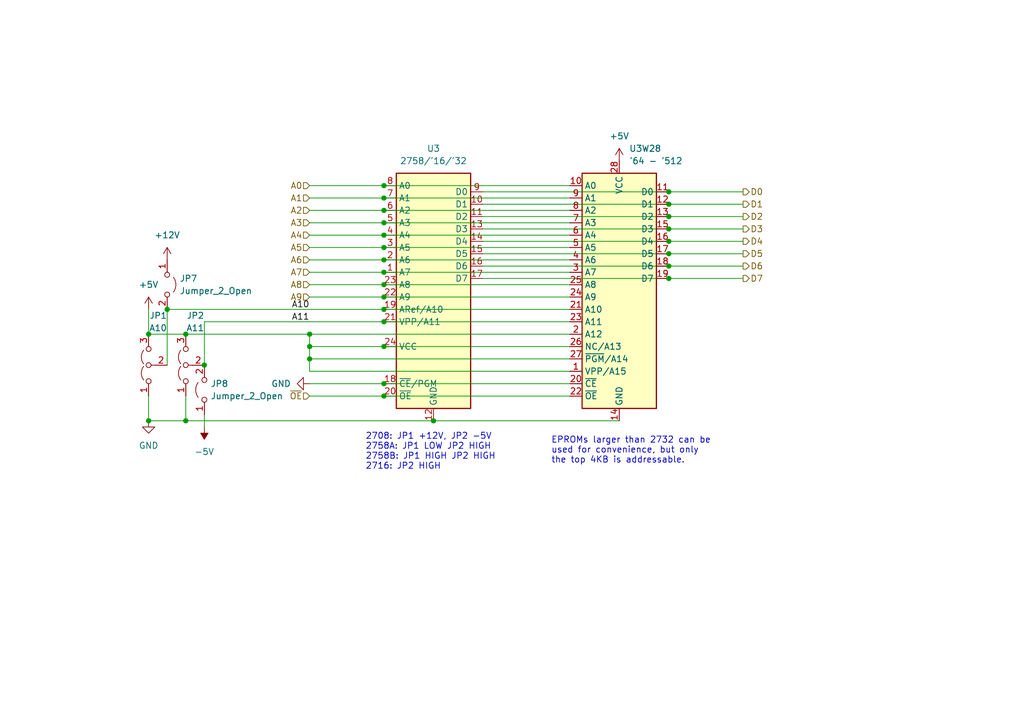
<source format=kicad_sch>
(kicad_sch (version 20211123) (generator eeschema)
  (paper "A5")
  (lib_symbols
    (symbol "Jumper:Jumper_2_Open" (pin_names (offset 0) hide)
      (property "Reference" "JP" (at 0 2.794 0))
      (property "Value" "Jumper_2_Open" (at 0 -2.286 0))
      (symbol "Jumper_2_Open_0_0"
        (circle (center -2.032 0) (radius 0.508))
        (circle (center 2.032 0) (radius 0.508))
      )
      (symbol "Jumper_2_Open_0_1"
        (arc (start 1.524 1.27) (mid 0 1.778) (end -1.524 1.27))
      )
      (symbol "Jumper_2_Open_1_1"
        (pin passive line (at -5.08 0 0) (length 2.54) (name "A") (number "1"))
        (pin passive line (at 5.08 0 180) (length 2.54) (name "B") (number "2"))
      )
    )
    (symbol "Jumper:Jumper_3_Open" (pin_names (offset 0) hide)
      (property "Reference" "JP" (at -2.54 -2.54 0))
      (property "Value" "Jumper_3_Open" (at 0 2.794 0))
      (symbol "Jumper_3_Open_0_0"
        (circle (center -3.302 0) (radius 0.508))
        (circle (center 0 0) (radius 0.508))
        (circle (center 3.302 0) (radius 0.508))
      )
      (symbol "Jumper_3_Open_0_1"
        (arc (start -0.254 1.016) (mid -1.651 1.4992) (end -3.048 1.016))
        (polyline (pts (xy 0 -0.508) (xy 0 -1.27)))
        (arc (start 3.048 1.016) (mid 1.651 1.4992) (end 0.254 1.016))
      )
      (symbol "Jumper_3_Open_1_1"
        (pin passive line (at -6.35 0 0) (length 2.54) (name "A") (number "1"))
        (pin passive line (at 0 -3.81 90) (length 2.54) (name "C") (number "2"))
        (pin passive line (at 6.35 0 180) (length 2.54) (name "B") (number "3"))
      )
    )
    (symbol "Memory_EPROM:2764"
      (property "Reference" "U3W28" (at 2.0194 27.94 0))
      (property "Value" "'64 - '512" (at 2.0194 25.4 0))
      (symbol "2764_1_1"
        (rectangle (start -7.62 22.86) (end 7.62 -25.4) (stroke (width 0.254)) (fill (type background)))
        (pin input line (at -10.16 -17.78 0) (length 2.54) (name "VPP/A15") (number "1"))
        (pin input line (at -10.16 20.32 0) (length 2.54) (name "A0") (number "10"))
        (pin tri_state line (at 10.16 19.05 180) (length 2.54) (name "D0") (number "11"))
        (pin tri_state line (at 10.16 16.51 180) (length 2.54) (name "D1") (number "12"))
        (pin tri_state line (at 10.16 13.97 180) (length 2.54) (name "D2") (number "13"))
        (pin power_in line (at 0 -27.94 90) (length 2.54) (name "GND") (number "14"))
        (pin tri_state line (at 10.16 11.43 180) (length 2.54) (name "D3") (number "15"))
        (pin tri_state line (at 10.16 8.89 180) (length 2.54) (name "D4") (number "16"))
        (pin tri_state line (at 10.16 6.35 180) (length 2.54) (name "D5") (number "17"))
        (pin tri_state line (at 10.16 3.81 180) (length 2.54) (name "D6") (number "18"))
        (pin tri_state line (at 10.16 1.27 180) (length 2.54) (name "D7") (number "19"))
        (pin input line (at -10.16 -10.16 0) (length 2.54) (name "A12") (number "2"))
        (pin input line (at -10.16 -20.32 0) (length 2.54) (name "~{CE}") (number "20"))
        (pin input line (at -10.16 -5.08 0) (length 2.54) (name "A10") (number "21"))
        (pin input line (at -10.16 -22.86 0) (length 2.54) (name "~{OE}") (number "22"))
        (pin input line (at -10.16 -7.62 0) (length 2.54) (name "A11") (number "23"))
        (pin input line (at -10.16 -2.54 0) (length 2.54) (name "A9") (number "24"))
        (pin input line (at -10.16 0 0) (length 2.54) (name "A8") (number "25"))
        (pin passive line (at -10.16 -12.7 0) (length 2.54) (name "NC/A13") (number "26"))
        (pin input line (at -10.16 -15.24 0) (length 2.54) (name "~{PGM}/A14") (number "27"))
        (pin power_in line (at 0 25.4 270) (length 2.54) (name "VCC") (number "28"))
        (pin input line (at -10.16 2.54 0) (length 2.54) (name "A7") (number "3"))
        (pin input line (at -10.16 5.08 0) (length 2.54) (name "A6") (number "4"))
        (pin input line (at -10.16 7.62 0) (length 2.54) (name "A5") (number "5"))
        (pin input line (at -10.16 10.16 0) (length 2.54) (name "A4") (number "6"))
        (pin input line (at -10.16 12.7 0) (length 2.54) (name "A3") (number "7"))
        (pin input line (at -10.16 15.24 0) (length 2.54) (name "A2") (number "8"))
        (pin input line (at -10.16 17.78 0) (length 2.54) (name "A1") (number "9"))
      )
    )
    (symbol "MyEprom:2716"
      (property "Reference" "U3" (at 0 30.48 0))
      (property "Value" "2758/'16/'32" (at 0 27.94 0))
      (symbol "2716_1_1"
        (rectangle (start -7.62 25.4) (end 7.62 -22.86) (stroke (width 0.254)) (fill (type background)))
        (pin input line (at -10.16 5.08 0) (length 2.54) (name "A7") (number "1"))
        (pin tri_state line (at 10.16 19.05 180) (length 2.54) (name "D1") (number "10"))
        (pin tri_state line (at 10.16 16.51 180) (length 2.54) (name "D2") (number "11"))
        (pin power_in line (at 0 -25.4 90) (length 2.54) (name "GND") (number "12"))
        (pin tri_state line (at 10.16 13.97 180) (length 2.54) (name "D3") (number "13"))
        (pin tri_state line (at 10.16 11.43 180) (length 2.54) (name "D4") (number "14"))
        (pin tri_state line (at 10.16 8.89 180) (length 2.54) (name "D5") (number "15"))
        (pin tri_state line (at 10.16 6.35 180) (length 2.54) (name "D6") (number "16"))
        (pin tri_state line (at 10.16 3.81 180) (length 2.54) (name "D7") (number "17"))
        (pin input line (at -10.16 -17.78 0) (length 2.54) (name "~{CE}/PGM") (number "18"))
        (pin input line (at -10.16 -2.54 0) (length 2.54) (name "ARef/A10") (number "19"))
        (pin input line (at -10.16 7.62 0) (length 2.54) (name "A6") (number "2"))
        (pin input line (at -10.16 -20.32 0) (length 2.54) (name "~{OE}") (number "20"))
        (pin input line (at -10.16 -5.08 0) (length 2.54) (name "VPP/A11") (number "21"))
        (pin input line (at -10.16 0 0) (length 2.54) (name "A9") (number "22"))
        (pin input line (at -10.16 2.54 0) (length 2.54) (name "A8") (number "23"))
        (pin power_in line (at -10.16 -10.16 0) (length 2.54) (name "VCC") (number "24"))
        (pin input line (at -10.16 10.16 0) (length 2.54) (name "A5") (number "3"))
        (pin input line (at -10.16 12.7 0) (length 2.54) (name "A4") (number "4"))
        (pin input line (at -10.16 15.24 0) (length 2.54) (name "A3") (number "5"))
        (pin input line (at -10.16 17.78 0) (length 2.54) (name "A2") (number "6"))
        (pin input line (at -10.16 20.32 0) (length 2.54) (name "A1") (number "7"))
        (pin input line (at -10.16 22.86 0) (length 2.54) (name "A0") (number "8"))
        (pin tri_state line (at 10.16 21.59 180) (length 2.54) (name "D0") (number "9"))
      )
    )
    (symbol "power:+12V" (power) (pin_names (offset 0))
      (property "Value" "+12V" (at 0 3.556 0))
      (symbol "+12V_0_1"
        (polyline (pts (xy -0.762 1.27) (xy 0 2.54)))
        (polyline (pts (xy 0 0) (xy 0 2.54)))
        (polyline (pts (xy 0 2.54) (xy 0.762 1.27)))
      )
      (symbol "+12V_1_1"
        (pin power_in line (at 0 0 90) (length 0) hide (name "+12V") (number "1"))
      )
    )
    (symbol "power:+5V" (power) (pin_names (offset 0))
      (property "Value" "+5V" (at 0 3.556 0))
      (symbol "+5V_0_1"
        (polyline (pts (xy -0.762 1.27) (xy 0 2.54)))
        (polyline (pts (xy 0 0) (xy 0 2.54)))
        (polyline (pts (xy 0 2.54) (xy 0.762 1.27)))
      )
      (symbol "+5V_1_1"
        (pin power_in line (at 0 0 90) (length 0) hide (name "+5V") (number "1"))
      )
    )
    (symbol "power:-5V" (power) (pin_names (offset 0))
      (property "Value" "-5V" (at 0 3.81 0))
      (symbol "-5V_0_0"
        (pin power_in line (at 0 0 90) (length 0) hide (name "-5V") (number "1"))
      )
      (symbol "-5V_0_1"
        (polyline (pts (xy 0 0) (xy 0 1.27) (xy 0.762 1.27) (xy 0 2.54) (xy -0.762 1.27) (xy 0 1.27)) (fill (type outline)))
      )
    )
    (symbol "power:GND" (power) (pin_names (offset 0))
      (property "Value" "GND" (at 0 -3.81 0))
      (symbol "GND_0_1"
        (polyline (pts (xy 0 0) (xy 0 -1.27) (xy 1.27 -1.27) (xy 0 -2.54) (xy -1.27 -1.27) (xy 0 -1.27)))
      )
      (symbol "GND_1_1"
        (pin power_in line (at 0 0 270) (length 0) hide (name "GND") (number "1"))
      )
    )
  )
  (junction (at 78.74 40.64))
  (junction (at 63.5 68.58))
  (junction (at 30.48 68.58))
  (junction (at 38.1 86.36))
  (junction (at 137.16 52.07))
  (junction (at 34.29 63.5))
  (junction (at 78.74 63.5))
  (junction (at 78.74 45.72))
  (junction (at 137.16 49.53))
  (junction (at 88.9 86.36))
  (junction (at 78.74 60.96))
  (junction (at 137.16 39.37))
  (junction (at 78.74 81.28))
  (junction (at 78.74 58.42))
  (junction (at 78.74 55.88))
  (junction (at 63.5 73.66))
  (junction (at 78.74 50.8))
  (junction (at 78.74 66.04))
  (junction (at 78.74 43.18))
  (junction (at 137.16 54.61))
  (junction (at 30.48 86.36))
  (junction (at 78.74 38.1))
  (junction (at 78.74 53.34))
  (junction (at 137.16 44.45))
  (junction (at 78.74 48.26))
  (junction (at 41.91 74.93))
  (junction (at 38.1 68.58))
  (junction (at 137.16 46.99))
  (junction (at 137.16 41.91))
  (junction (at 137.16 57.15))
  (junction (at 78.74 71.12))
  (junction (at 78.74 78.74))
  (junction (at 63.5 71.12))
  (wire (pts (xy 78.74 45.72) (xy 116.84 45.72)))
  (wire (pts (xy 63.5 76.2) (xy 63.5 73.66)))
  (wire (pts (xy 78.74 40.64) (xy 116.84 40.64)))
  (wire (pts (xy 63.5 48.26) (xy 78.74 48.26)))
  (wire (pts (xy 41.91 87.63) (xy 41.91 85.09)))
  (wire (pts (xy 78.74 53.34) (xy 116.84 53.34)))
  (wire (pts (xy 152.4 57.15) (xy 137.16 57.15)))
  (wire (pts (xy 78.74 43.18) (xy 116.84 43.18)))
  (wire (pts (xy 63.5 43.18) (xy 78.74 43.18)))
  (wire (pts (xy 99.06 57.15) (xy 137.16 57.15)))
  (wire (pts (xy 63.5 38.1) (xy 78.74 38.1)))
  (wire (pts (xy 78.74 55.88) (xy 116.84 55.88)))
  (wire (pts (xy 99.06 41.91) (xy 137.16 41.91)))
  (wire (pts (xy 63.5 68.58) (xy 116.84 68.58)))
  (wire (pts (xy 152.4 44.45) (xy 137.16 44.45)))
  (wire (pts (xy 63.5 40.64) (xy 78.74 40.64)))
  (wire (pts (xy 41.91 74.93) (xy 41.91 66.04)))
  (wire (pts (xy 30.48 63.5) (xy 30.48 68.58)))
  (wire (pts (xy 78.74 48.26) (xy 116.84 48.26)))
  (wire (pts (xy 63.5 53.34) (xy 78.74 53.34)))
  (wire (pts (xy 152.4 46.99) (xy 137.16 46.99)))
  (wire (pts (xy 78.74 63.5) (xy 116.84 63.5)))
  (wire (pts (xy 38.1 68.58) (xy 63.5 68.58)))
  (wire (pts (xy 41.91 66.04) (xy 78.74 66.04)))
  (wire (pts (xy 63.5 50.8) (xy 78.74 50.8)))
  (wire (pts (xy 78.74 50.8) (xy 116.84 50.8)))
  (wire (pts (xy 99.06 39.37) (xy 137.16 39.37)))
  (wire (pts (xy 152.4 39.37) (xy 137.16 39.37)))
  (wire (pts (xy 78.74 58.42) (xy 116.84 58.42)))
  (wire (pts (xy 63.5 55.88) (xy 78.74 55.88)))
  (wire (pts (xy 63.5 68.58) (xy 63.5 71.12)))
  (wire (pts (xy 152.4 54.61) (xy 137.16 54.61)))
  (wire (pts (xy 78.74 71.12) (xy 116.84 71.12)))
  (wire (pts (xy 152.4 52.07) (xy 137.16 52.07)))
  (wire (pts (xy 99.06 44.45) (xy 137.16 44.45)))
  (wire (pts (xy 34.29 74.93) (xy 34.29 63.5)))
  (wire (pts (xy 78.74 78.74) (xy 116.84 78.74)))
  (wire (pts (xy 30.48 86.36) (xy 38.1 86.36)))
  (wire (pts (xy 116.84 73.66) (xy 63.5 73.66)))
  (wire (pts (xy 38.1 86.36) (xy 38.1 81.28)))
  (wire (pts (xy 88.9 86.36) (xy 127 86.36)))
  (wire (pts (xy 78.74 38.1) (xy 116.84 38.1)))
  (wire (pts (xy 63.5 60.96) (xy 78.74 60.96)))
  (wire (pts (xy 30.48 68.58) (xy 38.1 68.58)))
  (wire (pts (xy 99.06 52.07) (xy 137.16 52.07)))
  (wire (pts (xy 63.5 78.74) (xy 78.74 78.74)))
  (wire (pts (xy 78.74 81.28) (xy 116.84 81.28)))
  (wire (pts (xy 99.06 49.53) (xy 137.16 49.53)))
  (wire (pts (xy 116.84 76.2) (xy 63.5 76.2)))
  (wire (pts (xy 63.5 81.28) (xy 78.74 81.28)))
  (wire (pts (xy 63.5 71.12) (xy 78.74 71.12)))
  (wire (pts (xy 63.5 45.72) (xy 78.74 45.72)))
  (wire (pts (xy 63.5 73.66) (xy 63.5 71.12)))
  (wire (pts (xy 34.29 63.5) (xy 78.74 63.5)))
  (wire (pts (xy 152.4 49.53) (xy 137.16 49.53)))
  (wire (pts (xy 152.4 41.91) (xy 137.16 41.91)))
  (wire (pts (xy 63.5 58.42) (xy 78.74 58.42)))
  (wire (pts (xy 78.74 60.96) (xy 116.84 60.96)))
  (wire (pts (xy 99.06 54.61) (xy 137.16 54.61)))
  (wire (pts (xy 38.1 86.36) (xy 88.9 86.36)))
  (wire (pts (xy 30.48 81.28) (xy 30.48 86.36)))
  (wire (pts (xy 99.06 46.99) (xy 137.16 46.99)))
  (wire (pts (xy 78.74 66.04) (xy 116.84 66.04)))
  (text "2708: JP1 +12V, JP2 -5V\n2758A: JP1 LOW JP2 HIGH\n2758B: JP1 HIGH JP2 HIGH\n2716: JP2 HIGH\n" (at 74.93 96.52 0) (effects (font (size 1.27 1.27)) (justify left bottom)))
  (text "EPROMs larger than 2732 can be \nused for convenience, but only \nthe top 4KB is addressable.\n" (at 113.03 95.25 0) (effects (font (size 1.27 1.27)) (justify left bottom)))
  (label "A10" (at 63.5 63.5 180))
  (label "A11" (at 63.5 66.04 180))
  (hierarchical_label "A6" (shape input) (at 63.5 53.34 180))
  (hierarchical_label "A3" (shape input) (at 63.5 45.72 180))
  (hierarchical_label "D3" (shape output) (at 152.4 46.99 0))
  (hierarchical_label "D5" (shape output) (at 152.4 52.07 0))
  (hierarchical_label "A1" (shape input) (at 63.5 40.64 180))
  (hierarchical_label "A0" (shape input) (at 63.5 38.1 180))
  (hierarchical_label "A7" (shape input) (at 63.5 55.88 180))
  (hierarchical_label "A9" (shape input) (at 63.5 60.96 180))
  (hierarchical_label "D4" (shape output) (at 152.4 49.53 0))
  (hierarchical_label "D6" (shape output) (at 152.4 54.61 0))
  (hierarchical_label "D2" (shape output) (at 152.4 44.45 0))
  (hierarchical_label "D1" (shape output) (at 152.4 41.91 0))
  (hierarchical_label "~{OE}" (shape input) (at 63.5 81.28 180))
  (hierarchical_label "A2" (shape input) (at 63.5 43.18 180))
  (hierarchical_label "A4" (shape input) (at 63.5 48.26 180))
  (hierarchical_label "D0" (shape output) (at 152.4 39.37 0))
  (hierarchical_label "D7" (shape output) (at 152.4 57.15 0))
  (hierarchical_label "A8" (shape input) (at 63.5 58.42 180))
  (hierarchical_label "A5" (shape input) (at 63.5 50.8 180))
  (symbol (lib_id "power:+5V") (at 30.48 63.5 0) (unit 1)
    (property "Reference" "#PWR0109" (effects hide))
    (property "Value" "+5V" (at 30.48 58.42 0))
  )
  (symbol (lib_id "power:-5V") (at 41.91 87.63 180) (unit 1)
    (property "Reference" "#PWR0107" (effects hide))
    (property "Value" "-5V" (at 41.91 92.71 0))
  )
  (symbol (lib_id "Memory_EPROM:2764") (at 127 58.42 0) (unit 1)
    (property "Reference" "U3W28" (at 129.0194 30.48 0) (effects (justify left)))
    (property "Value" "'64 - '512" (at 129.0194 33.02 0) (effects (justify left)))
    (property "Footprint" "Package_DIP:DIP-28_W15.24mm" (effects hide))
    (property "Datasheet" "https://downloads.reactivemicro.com/Electronics/ROM/2764%20EPROM.pdf" (effects hide))
  )
  (symbol (lib_id "Jumper:Jumper_2_Open") (at 34.29 58.42 270) (unit 1)
    (property "Reference" "JP7" (at 36.83 57.1499 90) (effects (justify left)))
    (property "Value" "Jumper_2_Open" (at 36.83 59.6899 90) (effects (justify left)))
    (property "Footprint" "Connector_PinHeader_2.54mm:PinHeader_1x02_P2.54mm_Vertical" (effects hide))
  )
  (symbol (lib_id "power:+12V") (at 34.29 53.34 0) (unit 1)
    (property "Reference" "#PWR0112" (effects hide))
    (property "Value" "+12V" (at 34.29 48.26 0))
  )
  (symbol (lib_id "Jumper:Jumper_3_Open") (at 30.48 74.93 90) (unit 1)
    (property "Reference" "JP1" (at 34.29 64.77 90) (effects (justify left)))
    (property "Value" "A10" (at 34.29 67.31 90) (effects (justify left)))
    (property "Footprint" "Connector_PinHeader_2.54mm:PinHeader_1x03_P2.54mm_Vertical" (effects hide))
  )
  (symbol (lib_id "MyEprom:2716") (at 88.9 60.96 0) (unit 1)
    (property "Reference" "U3" (at 88.9 30.48 0))
    (property "Value" "2758/'16/'32" (at 88.9 33.02 0))
    (property "Footprint" "MyPackages:DIP-24_W15.24mm" (effects hide))
    (property "Datasheet" "https://www.jameco.com/Jameco/Products/ProdDS/40002Intel.pdf" (effects hide))
  )
  (symbol (lib_id "Jumper:Jumper_3_Open") (at 38.1 74.93 90) (unit 1)
    (property "Reference" "JP2" (at 41.91 64.77 90) (effects (justify left)))
    (property "Value" "A11" (at 41.91 67.31 90) (effects (justify left)))
    (property "Footprint" "Connector_PinHeader_2.54mm:PinHeader_1x03_P2.54mm_Vertical" (effects hide))
  )
  (symbol (lib_id "power:GND") (at 30.48 86.36 0) (unit 1)
    (property "Reference" "#PWR0108" (effects hide))
    (property "Value" "GND" (at 30.48 91.44 0))
  )
  (symbol (lib_id "Jumper:Jumper_2_Open") (at 41.91 80.01 90) (unit 1)
    (property "Reference" "JP8" (at 43.18 78.7399 90) (effects (justify right)))
    (property "Value" "Jumper_2_Open" (at 43.18 81.2799 90) (effects (justify right)))
    (property "Footprint" "Connector_PinHeader_2.54mm:PinHeader_1x02_P2.54mm_Vertical" (effects hide))
  )
  (symbol (lib_id "power:GND") (at 63.5 78.74 270) (unit 1)
    (property "Reference" "#PWR0110" (effects hide))
    (property "Value" "GND" (at 59.69 78.7399 90) (effects (justify right)))
  )
  (symbol (lib_id "power:+5V") (at 127 33.02 0) (unit 1)
    (property "Reference" "#PWR0114" (effects hide))
    (property "Value" "+5V" (at 127 27.94 0))
  )
)
</source>
